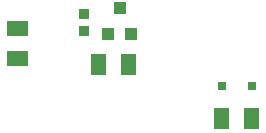
<source format=gbp>
G04 #@! TF.GenerationSoftware,KiCad,Pcbnew,(5.1.6)-1*
G04 #@! TF.CreationDate,2023-04-30T23:27:37+02:00*
G04 #@! TF.ProjectId,connecting-connector-1-wire,636f6e6e-6563-4746-996e-672d636f6e6e,rev?*
G04 #@! TF.SameCoordinates,Original*
G04 #@! TF.FileFunction,Paste,Bot*
G04 #@! TF.FilePolarity,Positive*
%FSLAX46Y46*%
G04 Gerber Fmt 4.6, Leading zero omitted, Abs format (unit mm)*
G04 Created by KiCad (PCBNEW (5.1.6)-1) date 2023-04-30 23:27:37*
%MOMM*%
%LPD*%
G01*
G04 APERTURE LIST*
%ADD10R,1.000000X1.000000*%
%ADD11C,0.100000*%
%ADD12R,0.800000X0.800000*%
%ADD13R,0.900000X0.900000*%
G04 APERTURE END LIST*
D10*
X204216000Y-78302000D03*
X203266000Y-80502000D03*
X205166000Y-80502000D03*
D11*
G36*
X204328000Y-83958000D02*
G01*
X204328000Y-82158000D01*
X205628000Y-82158000D01*
X205628000Y-83958000D01*
X204328000Y-83958000D01*
G37*
G36*
X201788000Y-83958000D02*
G01*
X201788000Y-82158000D01*
X203088000Y-82158000D01*
X203088000Y-83958000D01*
X201788000Y-83958000D01*
G37*
G36*
X214742000Y-88530000D02*
G01*
X214742000Y-86730000D01*
X216042000Y-86730000D01*
X216042000Y-88530000D01*
X214742000Y-88530000D01*
G37*
G36*
X212202000Y-88530000D02*
G01*
X212202000Y-86730000D01*
X213502000Y-86730000D01*
X213502000Y-88530000D01*
X212202000Y-88530000D01*
G37*
D12*
X215392000Y-84836000D03*
X212852000Y-84836000D03*
D11*
G36*
X194680000Y-81900000D02*
G01*
X196480000Y-81900000D01*
X196480000Y-83200000D01*
X194680000Y-83200000D01*
X194680000Y-81900000D01*
G37*
G36*
X194680000Y-79360000D02*
G01*
X196480000Y-79360000D01*
X196480000Y-80660000D01*
X194680000Y-80660000D01*
X194680000Y-79360000D01*
G37*
D13*
X201168000Y-80227000D03*
X201168000Y-78777000D03*
M02*

</source>
